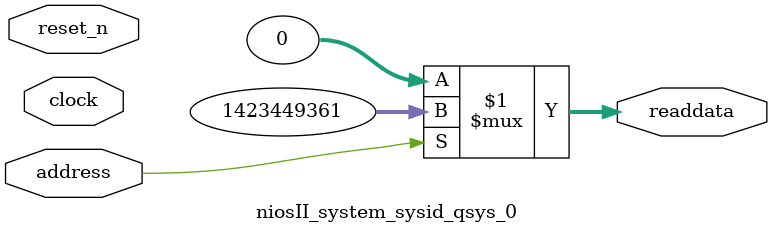
<source format=v>

`timescale 1ns / 1ps
// synthesis translate_on

// turn off superfluous verilog processor warnings 
// altera message_level Level1 
// altera message_off 10034 10035 10036 10037 10230 10240 10030 

module niosII_system_sysid_qsys_0 (
               // inputs:
                address,
                clock,
                reset_n,

               // outputs:
                readdata
             )
;

  output  [ 31: 0] readdata;
  input            address;
  input            clock;
  input            reset_n;

  wire    [ 31: 0] readdata;
  //control_slave, which is an e_avalon_slave
  assign readdata = address ? 1423449361 : 0;

endmodule




</source>
